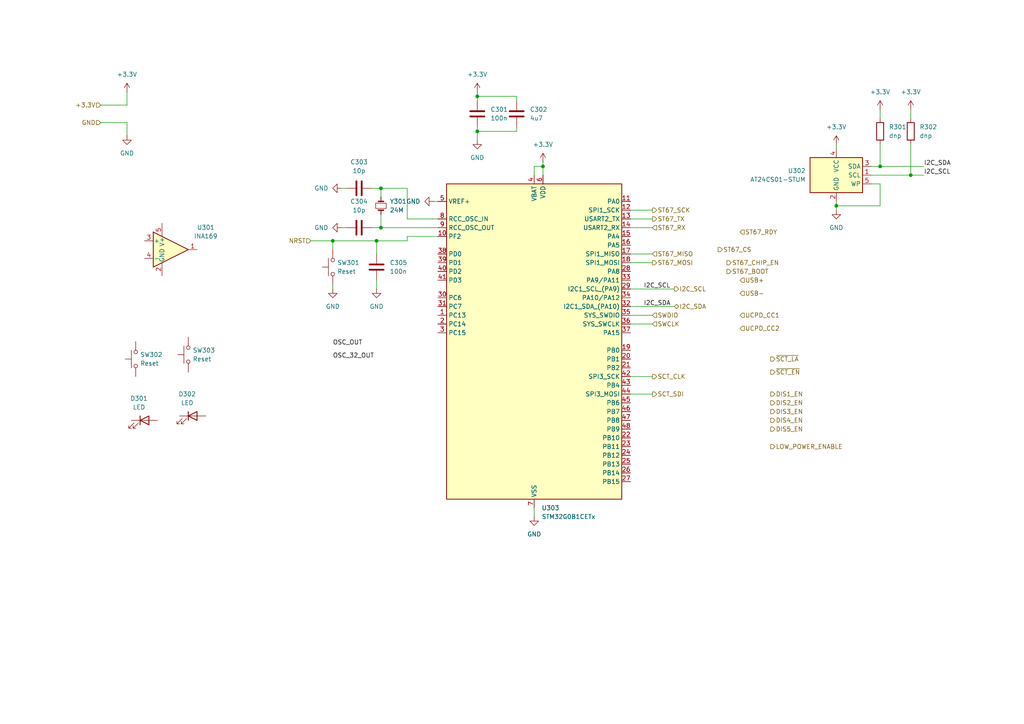
<source format=kicad_sch>
(kicad_sch (version 20250114) (generator "eeschema") (generator_version "9.0")
  (paper "A4")
  (lib_symbols
    (symbol "Amplifier_Current:INA169" (pin_names (offset 0.127))
      (property "Reference" "U" (at 3.81 5.08 0))
      (property "Value" "INA169" (at 3.81 2.54 0))
      (symbol "INA169_0_1"
        (polyline (pts (xy -5.08 5.08) (xy 5.08 0) (xy -5.08 -5.08) (xy -5.08 5.08)) (stroke (width 0.254)) (fill (type background)))
      )
      (symbol "INA169_1_1"
        (pin input line (at -7.62 2.54 0) (length 2.54) (name "+") (number "3"))
        (pin input line (at -7.62 -2.54 0) (length 2.54) (name "-") (number "4"))
        (pin power_in line (at -2.54 7.62 270) (length 3.81) (name "V+") (number "5"))
        (pin power_in line (at -2.54 -7.62 90) (length 3.81) (name "GND") (number "2"))
        (pin output line (at 7.62 0 180) (length 2.54) (name "~") (number "1"))
      )
    )
    (symbol "Device:C" (pin_numbers (hide yes)) (pin_names (offset 0.254))
      (property "Reference" "C" (at 0.635 2.54 0))
      (property "Value" "C" (at 0.635 -2.54 0))
      (symbol "C_0_1"
        (polyline (pts (xy -2.032 0.762) (xy 2.032 0.762)) (stroke (width 0.508)))
        (polyline (pts (xy -2.032 -0.762) (xy 2.032 -0.762)) (stroke (width 0.508)))
      )
      (symbol "C_1_1"
        (pin passive line (at 0 3.81 270) (length 2.794) (name "~") (number "1"))
        (pin passive line (at 0 -3.81 90) (length 2.794) (name "~") (number "2"))
      )
    )
    (symbol "Device:Crystal_Small" (pin_numbers (hide yes)) (pin_names (offset 1.016) (hide yes))
      (property "Reference" "Y" (at 0 2.54 0))
      (property "Value" "Crystal_Small" (at 0 -2.54 0))
      (symbol "Crystal_Small_0_1"
        (polyline (pts (xy -1.27 -0.762) (xy -1.27 0.762)) (stroke (width 0.381)))
        (rectangle (start -0.762 -1.524) (end 0.762 1.524))
        (polyline (pts (xy 1.27 -0.762) (xy 1.27 0.762)) (stroke (width 0.381)))
      )
      (symbol "Crystal_Small_1_1"
        (pin passive line (at -2.54 0 0) (length 1.27) (name "1") (number "1"))
        (pin passive line (at 2.54 0 180) (length 1.27) (name "2") (number "2"))
      )
    )
    (symbol "Device:LED" (pin_numbers (hide yes)) (pin_names (offset 1.016) (hide yes))
      (property "Reference" "D" (at 0 2.54 0))
      (property "Value" "LED" (at 0 -2.54 0))
      (symbol "LED_0_1"
        (polyline (pts (xy -3.048 -0.762) (xy -4.572 -2.286) (xy -3.81 -2.286) (xy -4.572 -2.286) (xy -4.572 -1.524)))
        (polyline (pts (xy -1.778 -0.762) (xy -3.302 -2.286) (xy -2.54 -2.286) (xy -3.302 -2.286) (xy -3.302 -1.524)))
        (polyline (pts (xy -1.27 0) (xy 1.27 0)))
        (polyline (pts (xy -1.27 -1.27) (xy -1.27 1.27)) (stroke (width 0.254)))
        (polyline (pts (xy 1.27 -1.27) (xy 1.27 1.27) (xy -1.27 0) (xy 1.27 -1.27)) (stroke (width 0.254)))
      )
      (symbol "LED_1_1"
        (pin passive line (at -3.81 0 0) (length 2.54) (name "K") (number "1"))
        (pin passive line (at 3.81 0 180) (length 2.54) (name "A") (number "2"))
      )
    )
    (symbol "Device:R" (pin_numbers (hide yes)) (pin_names (offset 0))
      (property "Reference" "R" (at 2.032 0 90))
      (property "Value" "R" (at 0 0 90))
      (symbol "R_0_1"
        (rectangle (start -1.016 -2.54) (end 1.016 2.54) (stroke (width 0.254)))
      )
      (symbol "R_1_1"
        (pin passive line (at 0 3.81 270) (length 1.27) (name "~") (number "1"))
        (pin passive line (at 0 -3.81 90) (length 1.27) (name "~") (number "2"))
      )
    )
    (symbol "MCU_ST_STM32G0:STM32G0B1CETx"
      (property "Reference" "U" (at -25.4 46.99 0))
      (property "Value" "STM32G0B1CETx" (at 5.08 46.99 0))
      (symbol "STM32G0B1CETx_0_1"
        (rectangle (start -25.4 -45.72) (end 25.4 45.72) (stroke (width 0.254)) (fill (type background)))
      )
      (symbol "STM32G0B1CETx_1_1"
        (pin input line (at -27.94 40.64 0) (length 2.54) (name "VREF+") (number "5"))
        (pin bidirectional line (at -27.94 35.56 0) (length 2.54) (name "PF0") (number "8") (alternate "RCC_OSC_IN" bidirectional line))
        (pin bidirectional line (at -27.94 33.02 0) (length 2.54) (name "PF1") (number "9") (alternate "RCC_OSC_OUT" bidirectional line))
        (pin bidirectional line (at -27.94 30.48 0) (length 2.54) (name "PF2") (number "10"))
        (pin bidirectional line (at -27.94 25.4 0) (length 2.54) (name "PD0") (number "38"))
        (pin bidirectional line (at -27.94 22.86 0) (length 2.54) (name "PD1") (number "39"))
        (pin bidirectional line (at -27.94 20.32 0) (length 2.54) (name "PD2") (number "40"))
        (pin bidirectional line (at -27.94 17.78 0) (length 2.54) (name "PD3") (number "41"))
        (pin bidirectional line (at -27.94 12.7 0) (length 2.54) (name "PC6") (number "30"))
        (pin bidirectional line (at -27.94 10.16 0) (length 2.54) (name "PC7") (number "31"))
        (pin bidirectional line (at -27.94 7.62 0) (length 2.54) (name "PC13") (number "1"))
        (pin bidirectional line (at -27.94 5.08 0) (length 2.54) (name "PC14") (number "2"))
        (pin bidirectional line (at -27.94 2.54 0) (length 2.54) (name "PC15") (number "3"))
        (pin power_in line (at 0 48.26 270) (length 2.54) (name "VBAT") (number "4"))
        (pin power_in line (at 0 -48.26 90) (length 2.54) (name "VSS") (number "7"))
        (pin power_in line (at 2.54 48.26 270) (length 2.54) (name "VDD") (number "6"))
        (pin bidirectional line (at 27.94 40.64 180) (length 2.54) (name "PA0") (number "11"))
        (pin bidirectional line (at 27.94 38.1 180) (length 2.54) (name "PA1") (number "12") (alternate "SPI1_SCK" bidirectional line))
        (pin bidirectional line (at 27.94 35.56 180) (length 2.54) (name "PA2") (number "13") (alternate "SPI1_MOSI" bidirectional line) (alternate "USART2_TX" bidirectional line))
        (pin bidirectional line (at 27.94 33.02 180) (length 2.54) (name "PA3") (number "14") (alternate "USART2_RX" bidirectional line))
        (pin bidirectional line (at 27.94 30.48 180) (length 2.54) (name "PA4") (number "15"))
        (pin bidirectional line (at 27.94 27.94 180) (length 2.54) (name "PA5") (number "16") (alternate "SPI1_SCK" bidirectional line))
        (pin bidirectional line (at 27.94 25.4 180) (length 2.54) (name "PA6") (number "17") (alternate "SPI1_MISO" bidirectional line))
        (pin bidirectional line (at 27.94 22.86 180) (length 2.54) (name "PA7") (number "18") (alternate "SPI1_MOSI" bidirectional line))
        (pin bidirectional line (at 27.94 20.32 180) (length 2.54) (name "PA8") (number "28"))
        (pin bidirectional line (at 27.94 17.78 180) (length 2.54) (name "PA9/PA11") (number "33") (alternate "I2C1_SCL (PA9)" bidirectional line))
        (pin bidirectional line (at 27.94 15.24 180) (length 2.54) (name "PA9/UCPD1_DBCC1") (number "29") (alternate "I2C1_SCL (PA9)" bidirectional line))
        (pin bidirectional line (at 27.94 12.7 180) (length 2.54) (name "PA10/PA12") (number "34") (alternate "I2C1_SDA (PA10)" bidirectional line))
        (pin bidirectional line (at 27.94 10.16 180) (length 2.54) (name "PA10/UCPD1_DBCC2") (number "32") (alternate "I2C1_SDA (PA10)" bidirectional line))
        (pin bidirectional line (at 27.94 7.62 180) (length 2.54) (name "PA13") (number "35") (alternate "SYS_SWDIO" bidirectional line))
        (pin bidirectional line (at 27.94 5.08 180) (length 2.54) (name "PA14") (number "36") (alternate "SYS_SWCLK" bidirectional line) (alternate "USART2_TX" bidirectional line))
        (pin bidirectional line (at 27.94 2.54 180) (length 2.54) (name "PA15") (number "37") (alternate "USART2_RX" bidirectional line))
        (pin bidirectional line (at 27.94 -2.54 180) (length 2.54) (name "PB0") (number "19"))
        (pin bidirectional line (at 27.94 -5.08 180) (length 2.54) (name "PB1") (number "20"))
        (pin bidirectional line (at 27.94 -7.62 180) (length 2.54) (name "PB2") (number "21"))
        (pin bidirectional line (at 27.94 -10.16 180) (length 2.54) (name "PB3") (number "42") (alternate "SPI1_SCK" bidirectional line) (alternate "SPI3_SCK" bidirectional line))
        (pin bidirectional line (at 27.94 -12.7 180) (length 2.54) (name "PB4") (number "43") (alternate "SPI1_MISO" bidirectional line))
        (pin bidirectional line (at 27.94 -15.24 180) (length 2.54) (name "PB5") (number "44") (alternate "SPI1_MOSI" bidirectional line) (alternate "SPI3_MOSI" bidirectional line))
        (pin bidirectional line (at 27.94 -17.78 180) (length 2.54) (name "PB6") (number "45"))
        (pin bidirectional line (at 27.94 -20.32 180) (length 2.54) (name "PB7") (number "46"))
        (pin bidirectional line (at 27.94 -22.86 180) (length 2.54) (name "PB8") (number "47"))
        (pin bidirectional line (at 27.94 -25.4 180) (length 2.54) (name "PB9") (number "48"))
        (pin bidirectional line (at 27.94 -27.94 180) (length 2.54) (name "PB10") (number "22"))
        (pin bidirectional line (at 27.94 -30.48 180) (length 2.54) (name "PB11") (number "23"))
        (pin bidirectional line (at 27.94 -33.02 180) (length 2.54) (name "PB12") (number "24"))
        (pin bidirectional line (at 27.94 -35.56 180) (length 2.54) (name "PB13") (number "25"))
        (pin bidirectional line (at 27.94 -38.1 180) (length 2.54) (name "PB14") (number "26"))
        (pin bidirectional line (at 27.94 -40.64 180) (length 2.54) (name "PB15") (number "27"))
      )
    )
    (symbol "Memory_EEPROM:AT24CS01-STUM"
      (property "Reference" "U" (at -7.62 6.35 0))
      (property "Value" "AT24CS01-STUM" (at 2.54 -6.35 0))
      (symbol "AT24CS01-STUM_1_1"
        (rectangle (start -7.62 5.08) (end 7.62 -5.08) (stroke (width 0.254)) (fill (type background)))
        (pin power_in line (at 0 7.62 270) (length 2.54) (name "VCC") (number "4"))
        (pin power_in line (at 0 -7.62 90) (length 2.54) (name "GND") (number "2"))
        (pin bidirectional line (at 10.16 2.54 180) (length 2.54) (name "SDA") (number "3"))
        (pin input line (at 10.16 0 180) (length 2.54) (name "SCL") (number "1"))
        (pin input line (at 10.16 -2.54 180) (length 2.54) (name "WP") (number "5"))
      )
    )
    (symbol "Switch:SW_Push" (pin_numbers (hide yes)) (pin_names (offset 1.016) (hide yes))
      (property "Reference" "SW" (at 1.27 2.54 0))
      (property "Value" "SW_Push" (at 0 -1.524 0))
      (symbol "SW_Push_0_1"
        (circle (center -2.032 0) (radius 0.508))
        (polyline (pts (xy 0 1.27) (xy 0 3.048)))
        (circle (center 2.032 0) (radius 0.508))
        (polyline (pts (xy 2.54 1.27) (xy -2.54 1.27)))
        (pin passive line (at -5.08 0 0) (length 2.54) (name "1") (number "1"))
        (pin passive line (at 5.08 0 180) (length 2.54) (name "2") (number "2"))
      )
    )
    (symbol "power:+3.3V" (power) (pin_numbers (hide yes)) (pin_names (offset 0) (hide yes))
      (property "Value" "+3.3V" (at 0 3.556 0))
      (symbol "+3.3V_0_1"
        (polyline (pts (xy -0.762 1.27) (xy 0 2.54)))
        (polyline (pts (xy 0 2.54) (xy 0.762 1.27)))
        (polyline (pts (xy 0 0) (xy 0 2.54)))
      )
      (symbol "+3.3V_1_1"
        (pin power_in line (at 0 0 90) (length 0) (name "~") (number "1"))
      )
    )
    (symbol "power:GND" (power) (pin_numbers (hide yes)) (pin_names (offset 0) (hide yes))
      (property "Value" "GND" (at 0 -3.81 0))
      (symbol "GND_0_1"
        (polyline (pts (xy 0 0) (xy 0 -1.27) (xy 1.27 -1.27) (xy 0 -2.54) (xy -1.27 -1.27) (xy 0 -1.27)))
      )
      (symbol "GND_1_1"
        (pin power_in line (at 0 0 270) (length 0) (name "~") (number "1"))
      )
    )
  )
  (junction (at 96.52 69.85))
  (junction (at 157.48 48.26))
  (junction (at 109.22 69.85))
  (junction (at 138.43 27.94))
  (junction (at 110.49 66.04))
  (junction (at 242.57 59.69))
  (junction (at 264.16 50.8))
  (junction (at 138.43 38.1))
  (junction (at 255.27 48.26))
  (junction (at 110.49 54.61))
  (wire (pts (xy 110.49 62.23) (xy 110.49 66.04)))
  (wire (pts (xy 90.17 69.85) (xy 96.52 69.85)))
  (wire (pts (xy 149.86 38.1) (xy 138.43 38.1)))
  (wire (pts (xy 125.73 58.42) (xy 127 58.42)))
  (wire (pts (xy 138.43 27.94) (xy 138.43 29.21)))
  (wire (pts (xy 182.88 109.22) (xy 189.23 109.22)))
  (wire (pts (xy 138.43 38.1) (xy 138.43 40.64)))
  (wire (pts (xy 118.11 63.5) (xy 118.11 54.61)))
  (wire (pts (xy 138.43 36.83) (xy 138.43 38.1)))
  (wire (pts (xy 107.95 66.04) (xy 110.49 66.04)))
  (wire (pts (xy 149.86 29.21) (xy 149.86 27.94)))
  (wire (pts (xy 255.27 41.91) (xy 255.27 48.26)))
  (wire (pts (xy 255.27 59.69) (xy 242.57 59.69)))
  (wire (pts (xy 96.52 82.55) (xy 96.52 83.82)))
  (wire (pts (xy 36.83 30.48) (xy 36.83 26.67)))
  (wire (pts (xy 109.22 81.28) (xy 109.22 83.82)))
  (wire (pts (xy 182.88 83.82) (xy 195.58 83.82)))
  (wire (pts (xy 118.11 54.61) (xy 110.49 54.61)))
  (wire (pts (xy 96.52 69.85) (xy 109.22 69.85)))
  (wire (pts (xy 154.94 50.8) (xy 154.94 48.26)))
  (wire (pts (xy 182.88 63.5) (xy 189.23 63.5)))
  (wire (pts (xy 107.95 54.61) (xy 110.49 54.61)))
  (wire (pts (xy 36.83 35.56) (xy 36.83 39.37)))
  (wire (pts (xy 255.27 31.75) (xy 255.27 34.29)))
  (wire (pts (xy 99.06 66.04) (xy 100.33 66.04)))
  (wire (pts (xy 110.49 66.04) (xy 127 66.04)))
  (wire (pts (xy 182.88 93.98) (xy 189.23 93.98)))
  (wire (pts (xy 242.57 58.42) (xy 242.57 59.69)))
  (wire (pts (xy 252.73 53.34) (xy 255.27 53.34)))
  (wire (pts (xy 182.88 76.2) (xy 189.23 76.2)))
  (wire (pts (xy 154.94 48.26) (xy 157.48 48.26)))
  (wire (pts (xy 255.27 48.26) (xy 267.97 48.26)))
  (wire (pts (xy 252.73 48.26) (xy 255.27 48.26)))
  (wire (pts (xy 149.86 36.83) (xy 149.86 38.1)))
  (wire (pts (xy 182.88 66.04) (xy 189.23 66.04)))
  (wire (pts (xy 242.57 41.91) (xy 242.57 43.18)))
  (wire (pts (xy 264.16 31.75) (xy 264.16 34.29)))
  (wire (pts (xy 157.48 46.99) (xy 157.48 48.26)))
  (wire (pts (xy 182.88 114.3) (xy 189.23 114.3)))
  (wire (pts (xy 127 68.58) (xy 118.11 68.58)))
  (wire (pts (xy 264.16 50.8) (xy 267.97 50.8)))
  (wire (pts (xy 182.88 88.9) (xy 195.58 88.9)))
  (wire (pts (xy 157.48 48.26) (xy 157.48 50.8)))
  (wire (pts (xy 110.49 54.61) (xy 110.49 57.15)))
  (wire (pts (xy 242.57 59.69) (xy 242.57 60.96)))
  (wire (pts (xy 182.88 60.96) (xy 189.23 60.96)))
  (wire (pts (xy 252.73 50.8) (xy 264.16 50.8)))
  (wire (pts (xy 264.16 41.91) (xy 264.16 50.8)))
  (wire (pts (xy 138.43 26.67) (xy 138.43 27.94)))
  (wire (pts (xy 99.06 54.61) (xy 100.33 54.61)))
  (wire (pts (xy 182.88 73.66) (xy 189.23 73.66)))
  (wire (pts (xy 154.94 147.32) (xy 154.94 149.86)))
  (wire (pts (xy 29.21 30.48) (xy 36.83 30.48)))
  (wire (pts (xy 182.88 91.44) (xy 189.23 91.44)))
  (wire (pts (xy 127 63.5) (xy 118.11 63.5)))
  (wire (pts (xy 255.27 53.34) (xy 255.27 59.69)))
  (wire (pts (xy 109.22 73.66) (xy 109.22 69.85)))
  (wire (pts (xy 118.11 68.58) (xy 118.11 69.85)))
  (wire (pts (xy 118.11 69.85) (xy 109.22 69.85)))
  (wire (pts (xy 96.52 69.85) (xy 96.52 72.39)))
  (wire (pts (xy 29.21 35.56) (xy 36.83 35.56)))
  (wire (pts (xy 149.86 27.94) (xy 138.43 27.94)))
  (label "I2C_SCL" (at 267.97 50.8 0))
  (label "I2C_SDA" (at 267.97 48.26 0))
  (label "OSC_32_OUT" (at 96.52 104.14 0))
  (label "OSC_OUT" (at 96.52 100.33 0))
  (label "I2C_SDA" (at 186.69 88.9 0))
  (label "I2C_SCL" (at 186.69 83.82 0))
  (hierarchical_label "USB-" (shape input) (at 214.63 85.09 0))
  (hierarchical_label "DIS1_EN" (shape output) (at 223.52 114.3 0))
  (hierarchical_label "ST67_TX" (shape output) (at 189.23 63.5 0))
  (hierarchical_label "SCT_SDI" (shape output) (at 189.23 114.3 0))
  (hierarchical_label "ST67_CHIP_EN" (shape output) (at 210.82 76.2 0))
  (hierarchical_label "~{SCT_LA}" (shape output) (at 223.52 104.14 0))
  (hierarchical_label "ST67_MISO" (shape input) (at 189.23 73.66 0))
  (hierarchical_label "DIS5_EN" (shape output) (at 223.52 124.46 0))
  (hierarchical_label "ST67_MOSI" (shape output) (at 189.23 76.2 0))
  (hierarchical_label "ST67_RDY" (shape input) (at 214.63 67.31 0))
  (hierarchical_label "ST67_RX" (shape input) (at 189.23 66.04 0))
  (hierarchical_label "+3.3V" (shape input) (at 29.21 30.48 180))
  (hierarchical_label "ST67_BOOT" (shape output) (at 210.82 78.74 0))
  (hierarchical_label "SWDIO" (shape input) (at 189.23 91.44 0))
  (hierarchical_label "~{SCT_EN}" (shape output) (at 223.52 107.95 0))
  (hierarchical_label "LOW_POWER_ENABLE" (shape output) (at 223.52 129.54 0))
  (hierarchical_label "GND" (shape input) (at 29.21 35.56 180))
  (hierarchical_label "SCT_CLK" (shape output) (at 189.23 109.22 0))
  (hierarchical_label "UCPD_CC1" (shape input) (at 214.63 91.44 0))
  (hierarchical_label "ST67_SCK" (shape output) (at 189.23 60.96 0))
  (hierarchical_label "UCPD_CC2" (shape input) (at 214.63 95.25 0))
  (hierarchical_label "I2C_SDA" (shape bidirectional) (at 195.58 88.9 0))
  (hierarchical_label "SWCLK" (shape input) (at 189.23 93.98 0))
  (hierarchical_label "DIS4_EN" (shape output) (at 223.52 121.92 0))
  (hierarchical_label "I2C_SCL" (shape output) (at 195.58 83.82 0))
  (hierarchical_label "DIS3_EN" (shape output) (at 223.52 119.38 0))
  (hierarchical_label "DIS2_EN" (shape output) (at 223.52 116.84 0))
  (hierarchical_label "NRST" (shape input) (at 90.17 69.85 180))
  (hierarchical_label "USB+" (shape input) (at 214.63 81.28 0))
  (hierarchical_label "ST67_CS" (shape output) (at 208.28 72.39 0))
  (symbol (lib_id "power:GND") (at 125.73 58.42 270) (unit 1)
    (property "Reference" "#PWR0313" (effects (hide yes)))
    (property "Value" "GND" (at 121.92 58.4199 90) (effects (justify right)))
    (property "Description" "Power symbol creates a global label with name \"GND\" , ground" (effects (hide yes)))
  )
  (symbol (lib_id "power:+3.3V") (at 242.57 41.91 0) (unit 1)
    (property "Reference" "#PWR0312" (effects (hide yes)))
    (property "Value" "+3.3V" (at 242.57 36.83 0))
    (property "Description" "Power symbol creates a global label with name \"+3.3V\"" (effects (hide yes)))
  )
  (symbol (lib_id "power:+3.3V") (at 255.27 31.75 0) (unit 1)
    (property "Reference" "#PWR0314" (effects (hide yes)))
    (property "Value" "+3.3V" (at 255.27 26.67 0))
    (property "Description" "Power symbol creates a global label with name \"+3.3V\"" (effects (hide yes)))
  )
  (symbol (lib_id "Device:Crystal_Small") (at 110.49 59.69 90) (unit 1)
    (property "Reference" "Y301" (at 113.03 58.4199 90) (effects (justify right)))
    (property "Value" "24M" (at 113.03 60.9599 90) (effects (justify right)))
    (property "Description" "Two pin crystal, small symbol" (effects (hide yes)))
  )
  (symbol (lib_id "Device:C") (at 149.86 33.02 0) (unit 1)
    (property "Reference" "C302" (at 153.67 31.7499 0) (effects (justify left)))
    (property "Value" "4u7" (at 153.67 34.2899 0) (effects (justify left)))
    (property "Footprint" "Capacitor_SMD:C_0603_1608Metric" (effects (hide yes)))
    (property "Description" "Unpolarized capacitor" (effects (hide yes)))
  )
  (symbol (lib_id "Device:R") (at 255.27 38.1 0) (unit 1)
    (property "Reference" "R301" (at 257.81 36.8299 0) (effects (justify left)))
    (property "Value" "dnp" (at 257.81 39.3699 0) (effects (justify left)))
    (property "Description" "Resistor" (effects (hide yes)))
  )
  (symbol (lib_id "power:GND") (at 36.83 39.37 0) (unit 1)
    (property "Reference" "#PWR0301" (effects (hide yes)))
    (property "Value" "GND" (at 36.83 44.45 0))
    (property "Description" "Power symbol creates a global label with name \"GND\" , ground" (effects (hide yes)))
  )
  (symbol (lib_id "Switch:SW_Push") (at 96.52 77.47 90) (unit 1)
    (property "Reference" "SW301" (at 97.79 76.1999 90) (effects (justify right)))
    (property "Value" "Reset" (at 97.79 78.7399 90) (effects (justify right)))
    (property "Description" "Push button switch, generic, two pins" (effects (hide yes)))
  )
  (symbol (lib_id "Device:R") (at 264.16 38.1 0) (unit 1)
    (property "Reference" "R302" (at 266.7 36.8299 0) (effects (justify left)))
    (property "Value" "dnp" (at 266.7 39.3699 0) (effects (justify left)))
    (property "Description" "Resistor" (effects (hide yes)))
  )
  (symbol (lib_id "power:+3.3V") (at 157.48 46.99 0) (unit 1)
    (property "Reference" "#PWR0303" (effects (hide yes)))
    (property "Value" "+3.3V" (at 157.48 41.91 0))
    (property "Description" "Power symbol creates a global label with name \"+3.3V\"" (effects (hide yes)))
  )
  (symbol (lib_id "Amplifier_Current:INA169") (at 49.53 72.39 0) (unit 1)
    (property "Reference" "U301" (at 59.69 65.9698 0))
    (property "Value" "INA169" (at 59.69 68.5098 0))
    (property "Footprint" "Package_TO_SOT_SMD:SOT-23-5" (effects (hide yes)))
    (property "Datasheet" "http://www.ti.com/lit/ds/symlink/ina169.pdf" (effects (hide yes)))
    (property "Description" "High-Side Measurement Current Shunt Monitor, 60V, SOT-23-5" (effects (hide yes)))
  )
  (symbol (lib_id "power:+3.3V") (at 264.16 31.75 0) (unit 1)
    (property "Reference" "#PWR0315" (effects (hide yes)))
    (property "Value" "+3.3V" (at 264.16 26.67 0))
    (property "Description" "Power symbol creates a global label with name \"+3.3V\"" (effects (hide yes)))
  )
  (symbol (lib_id "Device:C") (at 109.22 77.47 0) (unit 1)
    (property "Reference" "C305" (at 113.03 76.1999 0) (effects (justify left)))
    (property "Value" "100n" (at 113.03 78.7399 0) (effects (justify left)))
    (property "Footprint" "Capacitor_SMD:C_0603_1608Metric" (effects (hide yes)))
    (property "Description" "Unpolarized capacitor" (effects (hide yes)))
  )
  (symbol (lib_id "power:+3.3V") (at 138.43 26.67 0) (unit 1)
    (property "Reference" "#PWR0305" (effects (hide yes)))
    (property "Value" "+3.3V" (at 138.43 21.59 0))
    (property "Description" "Power symbol creates a global label with name \"+3.3V\"" (effects (hide yes)))
  )
  (symbol (lib_id "power:GND") (at 109.22 83.82 0) (unit 1)
    (property "Reference" "#PWR0310" (effects (hide yes)))
    (property "Value" "GND" (at 109.22 88.9 0))
    (property "Description" "Power symbol creates a global label with name \"GND\" , ground" (effects (hide yes)))
  )
  (symbol (lib_id "Device:LED") (at 41.91 121.92 0) (unit 1)
    (property "Reference" "D301" (at 40.3225 115.57 0))
    (property "Value" "LED" (at 40.3225 118.11 0))
    (property "Description" "Light emitting diode" (effects (hide yes)))
    (property "Sim.Pins" "1=K 2=A" (effects (hide yes)))
  )
  (symbol (lib_id "Device:C") (at 104.14 66.04 90) (unit 1)
    (property "Reference" "C304" (at 104.14 58.42 90))
    (property "Value" "10p" (at 104.14 60.96 90))
    (property "Footprint" "Capacitor_SMD:C_0603_1608Metric" (effects (hide yes)))
    (property "Description" "Unpolarized capacitor" (effects (hide yes)))
  )
  (symbol (lib_id "power:GND") (at 96.52 83.82 0) (unit 1)
    (property "Reference" "#PWR0309" (effects (hide yes)))
    (property "Value" "GND" (at 96.52 88.9 0))
    (property "Description" "Power symbol creates a global label with name \"GND\" , ground" (effects (hide yes)))
  )
  (symbol (lib_id "Switch:SW_Push") (at 54.61 102.87 90) (unit 1)
    (property "Reference" "SW303" (at 55.88 101.5999 90) (effects (justify right)))
    (property "Value" "Reset" (at 55.88 104.1399 90) (effects (justify right)))
    (property "Description" "Push button switch, generic, two pins" (effects (hide yes)))
  )
  (symbol (lib_id "Device:LED") (at 55.88 120.65 0) (unit 1)
    (property "Reference" "D302" (at 54.2925 114.3 0))
    (property "Value" "LED" (at 54.2925 116.84 0))
    (property "Description" "Light emitting diode" (effects (hide yes)))
    (property "Sim.Pins" "1=K 2=A" (effects (hide yes)))
  )
  (symbol (lib_id "power:GND") (at 99.06 66.04 270) (unit 1)
    (property "Reference" "#PWR0308" (effects (hide yes)))
    (property "Value" "GND" (at 95.25 66.0399 90) (effects (justify right)))
    (property "Description" "Power symbol creates a global label with name \"GND\" , ground" (effects (hide yes)))
  )
  (symbol (lib_id "Device:C") (at 104.14 54.61 90) (unit 1)
    (property "Reference" "C303" (at 104.14 46.99 90))
    (property "Value" "10p" (at 104.14 49.53 90))
    (property "Footprint" "Capacitor_SMD:C_0603_1608Metric" (effects (hide yes)))
    (property "Description" "Unpolarized capacitor" (effects (hide yes)))
  )
  (symbol (lib_id "power:GND") (at 154.94 149.86 0) (unit 1)
    (property "Reference" "#PWR0304" (effects (hide yes)))
    (property "Value" "GND" (at 154.94 154.94 0))
    (property "Description" "Power symbol creates a global label with name \"GND\" , ground" (effects (hide yes)))
  )
  (symbol (lib_id "Device:C") (at 138.43 33.02 0) (unit 1)
    (property "Reference" "C301" (at 142.24 31.7499 0) (effects (justify left)))
    (property "Value" "100n" (at 142.24 34.2899 0) (effects (justify left)))
    (property "Footprint" "Capacitor_SMD:C_0603_1608Metric" (effects (hide yes)))
    (property "Description" "Unpolarized capacitor" (effects (hide yes)))
  )
  (symbol (lib_id "Memory_EEPROM:AT24CS01-STUM") (at 242.57 50.8 0) (unit 1)
    (property "Reference" "U302" (at 233.68 49.5299 0) (effects (justify right)))
    (property "Value" "AT24CS01-STUM" (at 233.68 52.0699 0) (effects (justify right)))
    (property "Footprint" "Package_TO_SOT_SMD:SOT-23-5" (effects (hide yes)))
    (property "Datasheet" "http://ww1.microchip.com/downloads/en/DeviceDoc/Atmel-8815-SEEPROM-AT24CS01-02-Datasheet.pdf" (effects (hide yes)))
    (property "Description" "I2C Serial EEPROM, 1Kb (128x8) with Unique Serial Number, SOT-23-5" (effects (hide yes)))
  )
  (symbol (lib_id "power:GND") (at 99.06 54.61 270) (unit 1)
    (property "Reference" "#PWR0307" (effects (hide yes)))
    (property "Value" "GND" (at 95.25 54.6099 90) (effects (justify right)))
    (property "Description" "Power symbol creates a global label with name \"GND\" , ground" (effects (hide yes)))
  )
  (symbol (lib_id "power:GND") (at 242.57 60.96 0) (unit 1)
    (property "Reference" "#PWR0311" (effects (hide yes)))
    (property "Value" "GND" (at 242.57 66.04 0))
    (property "Description" "Power symbol creates a global label with name \"GND\" , ground" (effects (hide yes)))
  )
  (symbol (lib_id "power:GND") (at 138.43 40.64 0) (unit 1)
    (property "Reference" "#PWR0306" (effects (hide yes)))
    (property "Value" "GND" (at 138.43 45.72 0))
    (property "Description" "Power symbol creates a global label with name \"GND\" , ground" (effects (hide yes)))
  )
  (symbol (lib_id "power:+3.3V") (at 36.83 26.67 0) (unit 1)
    (property "Reference" "#PWR0302" (effects (hide yes)))
    (property "Value" "+3.3V" (at 36.83 21.59 0))
    (property "Description" "Power symbol creates a global label with name \"+3.3V\"" (effects (hide yes)))
  )
  (symbol (lib_id "Switch:SW_Push") (at 39.37 104.14 90) (unit 1)
    (property "Reference" "SW302" (at 40.64 102.8699 90) (effects (justify right)))
    (property "Value" "Reset" (at 40.64 105.4099 90) (effects (justify right)))
    (property "Description" "Push button switch, generic, two pins" (effects (hide yes)))
  )
  (symbol (lib_id "MCU_ST_STM32G0:STM32G0B1CETx") (at 154.94 99.06 0) (unit 1)
    (property "Reference" "U303" (at 157.0833 147.32 0) (effects (justify left)))
    (property "Value" "STM32G0B1CETx" (at 157.0833 149.86 0) (effects (justify left)))
    (property "Footprint" "Package_QFP:LQFP-48_7x7mm_P0.5mm" (effects (hide yes)))
    (property "Datasheet" "https://www.st.com/resource/en/datasheet/stm32g0b1ce.pdf" (effects (hide yes)))
    (property "Description" "STMicroelectronics Arm Cortex-M0+ MCU, 512KB flash, 144KB RAM, 64 MHz, 1.7-3.6V, 44 GPIO, LQFP48" (effects (hide yes)))
    (pin "9" (alternate "RCC_OSC_OUT"))
    (pin "8" (alternate "RCC_OSC_IN"))
    (pin "13" (alternate "USART2_TX"))
    (pin "18" (alternate "SPI1_MOSI"))
    (pin "17" (alternate "SPI1_MISO"))
    (pin "29" (alternate "I2C1_SCL (PA9)"))
    (pin "12" (alternate "SPI1_SCK"))
    (pin "14" (alternate "USART2_RX"))
    (pin "35" (alternate "SYS_SWDIO"))
    (pin "36" (alternate "SYS_SWCLK"))
    (pin "42" (alternate "SPI3_SCK"))
    (pin "32" (alternate "I2C1_SDA (PA10)"))
    (pin "44" (alternate "SPI3_MOSI"))
  )
)
</source>
